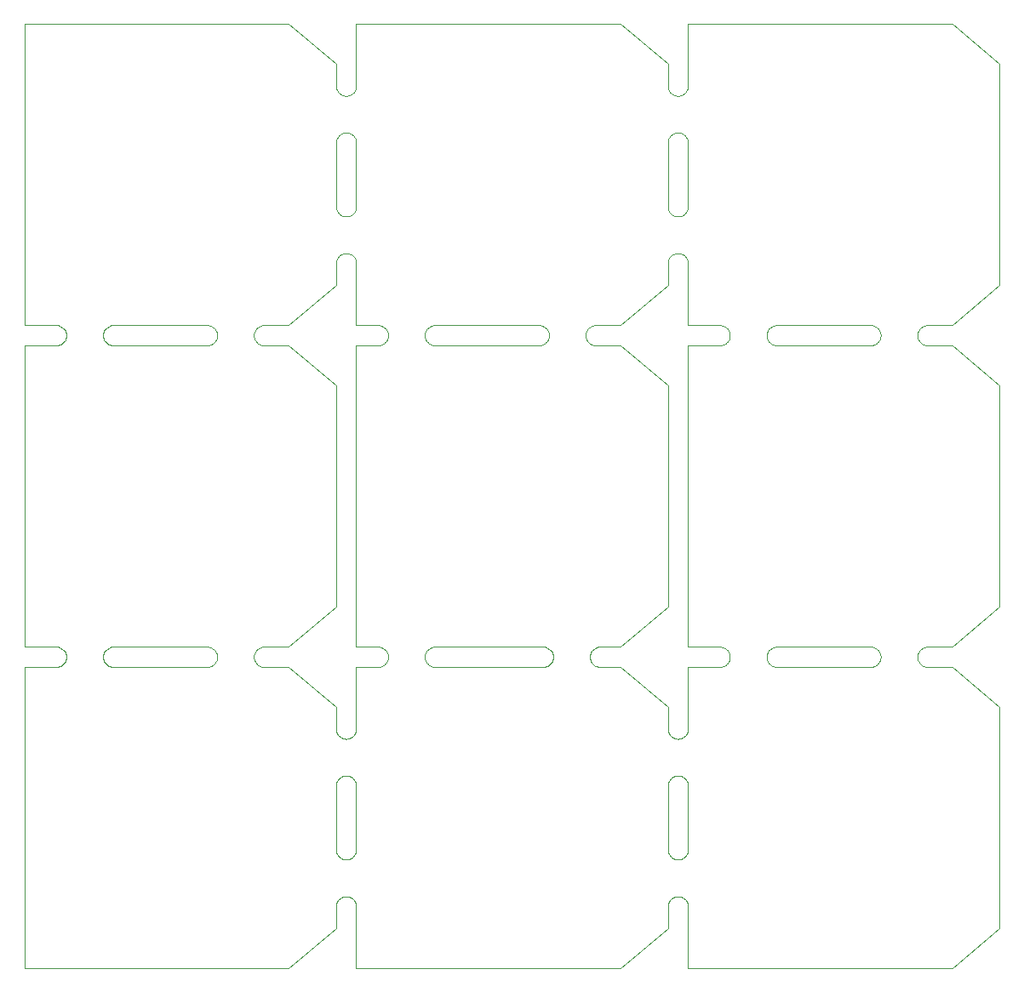
<source format=gko>
%MOIN*%
%OFA0B0*%
%FSLAX36Y36*%
%IPPOS*%
%LPD*%
%ADD10C,0*%
D10*
X002334645Y001181102D02*
X002334645Y001181102D01*
X002254125Y001181102D01*
X002253755Y001181102D01*
X002247596Y001181587D01*
X002241589Y001183029D01*
X002235881Y001185393D01*
X002230614Y001188621D01*
X002225916Y001192633D01*
X002221904Y001197331D01*
X002218676Y001202598D01*
X002216312Y001208306D01*
X002214870Y001214313D01*
X002214385Y001220472D01*
X002214870Y001226631D01*
X002216312Y001232638D01*
X002218676Y001238346D01*
X002221904Y001243613D01*
X002225916Y001248311D01*
X002230614Y001252323D01*
X002235881Y001255551D01*
X002241589Y001257915D01*
X002247596Y001259357D01*
X002253755Y001259842D01*
X002334645Y001259842D01*
X002519685Y001417322D01*
X002519685Y002285433D01*
X002334645Y002440944D01*
X002237339Y002440944D01*
X002234250Y002441066D01*
X002231180Y002441429D01*
X002228148Y002442032D01*
X002225173Y002442871D01*
X002222273Y002443941D01*
X002219466Y002445235D01*
X002216768Y002446746D01*
X002214198Y002448463D01*
X002211770Y002450377D01*
X002209500Y002452476D01*
X002207402Y002454746D01*
X002205488Y002457173D01*
X002203771Y002459744D01*
X002202260Y002462441D01*
X002200966Y002465248D01*
X002199896Y002468148D01*
X002199057Y002471124D01*
X002198454Y002474156D01*
X002198090Y002477226D01*
X002197969Y002480314D01*
X002198090Y002483403D01*
X002198454Y002486473D01*
X002199057Y002489505D01*
X002199896Y002492480D01*
X002200966Y002495381D01*
X002202260Y002498188D01*
X002203771Y002500885D01*
X002205488Y002503456D01*
X002207402Y002505883D01*
X002209500Y002508153D01*
X002211770Y002510252D01*
X002214198Y002512166D01*
X002216768Y002513883D01*
X002219466Y002515393D01*
X002222273Y002516688D01*
X002225173Y002517758D01*
X002228148Y002518597D01*
X002231180Y002519200D01*
X002234250Y002519563D01*
X002237339Y002519685D01*
X002334645Y002519685D01*
X002519685Y002677165D01*
X002519685Y002762660D01*
X002519806Y002765749D01*
X002520169Y002768819D01*
X002520772Y002771851D01*
X002521611Y002774826D01*
X002522681Y002777726D01*
X002523976Y002780533D01*
X002525486Y002783231D01*
X002527204Y002785801D01*
X002529117Y002788229D01*
X002531216Y002790499D01*
X002533486Y002792597D01*
X002535913Y002794511D01*
X002538484Y002796228D01*
X002541181Y002797739D01*
X002543988Y002799033D01*
X002546889Y002800103D01*
X002549864Y002800942D01*
X002552896Y002801545D01*
X002555966Y002801909D01*
X002559055Y002802030D01*
X002562144Y002801909D01*
X002565213Y002801545D01*
X002568245Y002800942D01*
X002571221Y002800103D01*
X002574121Y002799033D01*
X002576928Y002797739D01*
X002579625Y002796228D01*
X002582196Y002794511D01*
X002584623Y002792597D01*
X002586893Y002790499D01*
X002588992Y002788229D01*
X002590906Y002785801D01*
X002592623Y002783231D01*
X002594134Y002780533D01*
X002595428Y002777726D01*
X002596498Y002774826D01*
X002597337Y002771851D01*
X002597940Y002768819D01*
X002598303Y002765749D01*
X002598425Y002762660D01*
X002598425Y002519685D01*
X002723290Y002519685D01*
X002726379Y002519563D01*
X002729449Y002519200D01*
X002732481Y002518597D01*
X002735456Y002517758D01*
X002738356Y002516688D01*
X002741163Y002515393D01*
X002743861Y002513883D01*
X002746431Y002512166D01*
X002748859Y002510252D01*
X002751129Y002508153D01*
X002753227Y002505883D01*
X002755141Y002503456D01*
X002756858Y002500885D01*
X002758369Y002498188D01*
X002759663Y002495381D01*
X002760733Y002492480D01*
X002761572Y002489505D01*
X002762175Y002486473D01*
X002762538Y002483403D01*
X002762660Y002480314D01*
X002762538Y002477226D01*
X002762175Y002474156D01*
X002761572Y002471124D01*
X002760733Y002468148D01*
X002759663Y002465248D01*
X002758369Y002462441D01*
X002756858Y002459744D01*
X002755141Y002457173D01*
X002753227Y002454746D01*
X002751129Y002452476D01*
X002748859Y002450377D01*
X002746431Y002448463D01*
X002743861Y002446746D01*
X002741163Y002445235D01*
X002738356Y002443941D01*
X002735456Y002442871D01*
X002732481Y002442032D01*
X002729449Y002441429D01*
X002726379Y002441066D01*
X002723290Y002440944D01*
X002598425Y002440944D01*
X002598425Y001259842D01*
X002723290Y001259842D01*
X002726379Y001259721D01*
X002729449Y001259357D01*
X002732481Y001258754D01*
X002735456Y001257915D01*
X002738356Y001256845D01*
X002741163Y001255551D01*
X002743861Y001254040D01*
X002746431Y001252323D01*
X002748859Y001250409D01*
X002751129Y001248311D01*
X002753227Y001246041D01*
X002755141Y001243613D01*
X002756858Y001241043D01*
X002758369Y001238346D01*
X002759663Y001235538D01*
X002760733Y001232638D01*
X002761572Y001229663D01*
X002762175Y001226631D01*
X002762538Y001223561D01*
X002762660Y001220472D01*
X002762538Y001217383D01*
X002762175Y001214313D01*
X002761572Y001211281D01*
X002760733Y001208306D01*
X002759663Y001205406D01*
X002758369Y001202598D01*
X002756858Y001199901D01*
X002755141Y001197331D01*
X002753227Y001194903D01*
X002751129Y001192633D01*
X002748859Y001190535D01*
X002746431Y001188621D01*
X002743861Y001186903D01*
X002741163Y001185393D01*
X002738356Y001184099D01*
X002735456Y001183029D01*
X002732481Y001182190D01*
X002729449Y001181587D01*
X002726379Y001181223D01*
X002723290Y001181102D01*
X002598425Y001181102D01*
X002598425Y000938127D01*
X002598425Y000938127D01*
X002597940Y000931968D01*
X002596498Y000925961D01*
X002594134Y000920253D01*
X002590906Y000914985D01*
X002586893Y000910288D01*
X002582196Y000906275D01*
X002576928Y000903048D01*
X002571221Y000900683D01*
X002565213Y000899241D01*
X002559055Y000898756D01*
X002552896Y000899241D01*
X002546889Y000900683D01*
X002541181Y000903048D01*
X002535913Y000906275D01*
X002531216Y000910288D01*
X002527204Y000914985D01*
X002523976Y000920253D01*
X002521611Y000925961D01*
X002520169Y000931968D01*
X002519685Y000938127D01*
X002519685Y001025590D01*
X002334645Y001181102D01*
X000715416Y001181102D02*
X000715416Y001181102D01*
X000347575Y001181102D01*
X000347575Y001181102D01*
X000341417Y001181587D01*
X000335409Y001183029D01*
X000329702Y001185393D01*
X000324434Y001188621D01*
X000319737Y001192633D01*
X000315724Y001197331D01*
X000312496Y001202598D01*
X000310132Y001208306D01*
X000308690Y001214313D01*
X000308205Y001220472D01*
X000308690Y001226631D01*
X000310132Y001232638D01*
X000312496Y001238346D01*
X000315724Y001243613D01*
X000319737Y001248311D01*
X000324434Y001252323D01*
X000329702Y001255551D01*
X000335409Y001257915D01*
X000341417Y001259357D01*
X000347575Y001259842D01*
X000715416Y001259842D01*
X000718505Y001259721D01*
X000721575Y001259357D01*
X000724607Y001258754D01*
X000727582Y001257915D01*
X000730482Y001256845D01*
X000733289Y001255551D01*
X000735987Y001254040D01*
X000738557Y001252323D01*
X000740985Y001250409D01*
X000743255Y001248311D01*
X000745353Y001246041D01*
X000747267Y001243613D01*
X000748984Y001241043D01*
X000750495Y001238346D01*
X000751789Y001235538D01*
X000752859Y001232638D01*
X000753698Y001229663D01*
X000754301Y001226631D01*
X000754664Y001223561D01*
X000754786Y001220472D01*
X000754664Y001217383D01*
X000754301Y001214313D01*
X000753698Y001211281D01*
X000752859Y001208306D01*
X000751789Y001205406D01*
X000750495Y001202598D01*
X000748984Y001199901D01*
X000747267Y001197331D01*
X000745353Y001194903D01*
X000743255Y001192633D01*
X000740985Y001190535D01*
X000738557Y001188621D01*
X000735987Y001186903D01*
X000733289Y001185393D01*
X000730482Y001184099D01*
X000727582Y001183029D01*
X000724607Y001182190D01*
X000721575Y001181587D01*
X000718505Y001181223D01*
X000715416Y001181102D01*
X002519685Y000715416D02*
X002519685Y000715416D01*
X002520169Y000721575D01*
X002521611Y000727582D01*
X002523976Y000733289D01*
X002527204Y000738557D01*
X002531216Y000743255D01*
X002535913Y000747267D01*
X002541181Y000750495D01*
X002546889Y000752859D01*
X002552896Y000754301D01*
X002559055Y000754786D01*
X002565213Y000754301D01*
X002571221Y000752859D01*
X002576928Y000750495D01*
X002582196Y000747267D01*
X002586893Y000743255D01*
X002590906Y000738557D01*
X002594134Y000733289D01*
X002596498Y000727582D01*
X002597940Y000721575D01*
X002598425Y000715416D01*
X002598425Y000715416D01*
X002598425Y000465686D01*
X002598425Y000465686D01*
X002597940Y000459527D01*
X002596498Y000453520D01*
X002594134Y000447812D01*
X002590906Y000442544D01*
X002586893Y000437847D01*
X002582196Y000433835D01*
X002576928Y000430607D01*
X002571221Y000428242D01*
X002565213Y000426800D01*
X002559055Y000426316D01*
X002552896Y000426800D01*
X002546889Y000428242D01*
X002541181Y000430607D01*
X002535913Y000433835D01*
X002531216Y000437847D01*
X002527204Y000442544D01*
X002523976Y000447812D01*
X002521611Y000453520D01*
X002520169Y000459527D01*
X002519685Y000465686D01*
X002519685Y000715416D01*
X001220472Y000715416D02*
X001220472Y000715416D01*
X001220957Y000721575D01*
X001222399Y000727582D01*
X001224763Y000733289D01*
X001227991Y000738557D01*
X001232003Y000743255D01*
X001236701Y000747267D01*
X001241968Y000750495D01*
X001247676Y000752859D01*
X001253683Y000754301D01*
X001259842Y000754786D01*
X001266001Y000754301D01*
X001272008Y000752859D01*
X001277716Y000750495D01*
X001282983Y000747267D01*
X001287681Y000743255D01*
X001291693Y000738557D01*
X001294921Y000733289D01*
X001297285Y000727582D01*
X001298727Y000721575D01*
X001299212Y000715416D01*
X001299212Y000715416D01*
X001299212Y000465686D01*
X001299212Y000465686D01*
X001298727Y000459527D01*
X001297285Y000453520D01*
X001294921Y000447812D01*
X001291693Y000442544D01*
X001287681Y000437847D01*
X001282983Y000433835D01*
X001277716Y000430607D01*
X001272008Y000428242D01*
X001266001Y000426800D01*
X001259842Y000426316D01*
X001253683Y000426800D01*
X001247676Y000428242D01*
X001241968Y000430607D01*
X001236701Y000433835D01*
X001232003Y000437847D01*
X001227991Y000442544D01*
X001224763Y000447812D01*
X001222399Y000453520D01*
X001220957Y000459527D01*
X001220472Y000465686D01*
X001220472Y000715416D01*
X002946001Y001181102D02*
X002946001Y001181102D01*
X002942912Y001181223D01*
X002939842Y001181587D01*
X002936810Y001182190D01*
X002933835Y001183029D01*
X002930934Y001184099D01*
X002928127Y001185393D01*
X002925430Y001186903D01*
X002922859Y001188621D01*
X002920432Y001190535D01*
X002918162Y001192633D01*
X002916063Y001194903D01*
X002914150Y001197331D01*
X002912432Y001199901D01*
X002910922Y001202598D01*
X002909627Y001205406D01*
X002908557Y001208306D01*
X002907718Y001211281D01*
X002907115Y001214313D01*
X002906752Y001217383D01*
X002906630Y001220472D01*
X002906752Y001223561D01*
X002907115Y001226631D01*
X002907718Y001229663D01*
X002908557Y001232638D01*
X002909627Y001235538D01*
X002910922Y001238346D01*
X002912432Y001241043D01*
X002914150Y001243613D01*
X002916063Y001246041D01*
X002918162Y001248311D01*
X002920432Y001250409D01*
X002922859Y001252323D01*
X002925430Y001254040D01*
X002928127Y001255551D01*
X002930934Y001256845D01*
X002933835Y001257915D01*
X002936810Y001258754D01*
X002939842Y001259357D01*
X002942912Y001259721D01*
X002946001Y001259842D01*
X003313841Y001259842D01*
X003316930Y001259721D01*
X003320000Y001259357D01*
X003323032Y001258754D01*
X003326007Y001257915D01*
X003328907Y001256845D01*
X003331715Y001255551D01*
X003334412Y001254040D01*
X003336982Y001252323D01*
X003339410Y001250409D01*
X003341680Y001248311D01*
X003343778Y001246041D01*
X003345692Y001243613D01*
X003347409Y001241043D01*
X003348920Y001238346D01*
X003350214Y001235538D01*
X003351284Y001232638D01*
X003352123Y001229663D01*
X003352726Y001226631D01*
X003353090Y001223561D01*
X003353211Y001220472D01*
X003353090Y001217383D01*
X003352726Y001214313D01*
X003352123Y001211281D01*
X003351284Y001208306D01*
X003350214Y001205406D01*
X003348920Y001202598D01*
X003347409Y001199901D01*
X003345692Y001197331D01*
X003343778Y001194903D01*
X003341680Y001192633D01*
X003339410Y001190535D01*
X003336982Y001188621D01*
X003334412Y001186903D01*
X003331715Y001185393D01*
X003328907Y001184099D01*
X003326007Y001183029D01*
X003323032Y001182190D01*
X003320000Y001181587D01*
X003316930Y001181223D01*
X003313841Y001181102D01*
X002946001Y001181102D01*
X002946001Y002440944D02*
X002946001Y002440944D01*
X002942912Y002441066D01*
X002939842Y002441429D01*
X002936810Y002442032D01*
X002933835Y002442871D01*
X002930934Y002443941D01*
X002928127Y002445235D01*
X002925430Y002446746D01*
X002922859Y002448463D01*
X002920432Y002450377D01*
X002918162Y002452476D01*
X002916063Y002454746D01*
X002914150Y002457173D01*
X002912432Y002459744D01*
X002910922Y002462441D01*
X002909627Y002465248D01*
X002908557Y002468148D01*
X002907718Y002471124D01*
X002907115Y002474156D01*
X002906752Y002477226D01*
X002906630Y002480314D01*
X002906752Y002483403D01*
X002907115Y002486473D01*
X002907718Y002489505D01*
X002908557Y002492480D01*
X002909627Y002495381D01*
X002910922Y002498188D01*
X002912432Y002500885D01*
X002914150Y002503456D01*
X002916063Y002505883D01*
X002918162Y002508153D01*
X002920432Y002510252D01*
X002922859Y002512166D01*
X002925430Y002513883D01*
X002928127Y002515393D01*
X002930934Y002516688D01*
X002933835Y002517758D01*
X002936810Y002518597D01*
X002939842Y002519200D01*
X002942912Y002519563D01*
X002946001Y002519685D01*
X003313841Y002519685D01*
X003316930Y002519563D01*
X003320000Y002519200D01*
X003323032Y002518597D01*
X003326007Y002517758D01*
X003328907Y002516688D01*
X003331715Y002515393D01*
X003334412Y002513883D01*
X003336982Y002512166D01*
X003339410Y002510252D01*
X003341680Y002508153D01*
X003343778Y002505883D01*
X003345692Y002503456D01*
X003347409Y002500885D01*
X003348920Y002498188D01*
X003350214Y002495381D01*
X003351284Y002492480D01*
X003352123Y002489505D01*
X003352726Y002486473D01*
X003353090Y002483403D01*
X003353211Y002480314D01*
X003353090Y002477226D01*
X003352726Y002474156D01*
X003352123Y002471124D01*
X003351284Y002468148D01*
X003350214Y002465248D01*
X003348920Y002462441D01*
X003347409Y002459744D01*
X003345692Y002457173D01*
X003343778Y002454746D01*
X003341680Y002452476D01*
X003339410Y002450377D01*
X003336982Y002448463D01*
X003334412Y002446746D01*
X003331715Y002445235D01*
X003328907Y002443941D01*
X003326007Y002442871D01*
X003323032Y002442032D01*
X003320000Y002441429D01*
X003316930Y002441066D01*
X003313841Y002440944D01*
X002946001Y002440944D01*
X001607418Y001181102D02*
X001607418Y001181102D01*
X001604329Y001181223D01*
X001601259Y001181587D01*
X001598227Y001182190D01*
X001595252Y001183029D01*
X001592352Y001184099D01*
X001589544Y001185393D01*
X001586847Y001186903D01*
X001584277Y001188621D01*
X001581849Y001190535D01*
X001579579Y001192633D01*
X001577481Y001194903D01*
X001575567Y001197331D01*
X001573849Y001199901D01*
X001572339Y001202598D01*
X001571045Y001205406D01*
X001569975Y001208306D01*
X001569136Y001211281D01*
X001568533Y001214313D01*
X001568169Y001217383D01*
X001568048Y001220472D01*
X001568169Y001223561D01*
X001568533Y001226631D01*
X001569136Y001229663D01*
X001569975Y001232638D01*
X001571045Y001235538D01*
X001572339Y001238346D01*
X001573849Y001241043D01*
X001575567Y001243613D01*
X001577481Y001246041D01*
X001579579Y001248311D01*
X001581849Y001250409D01*
X001584277Y001252323D01*
X001586847Y001254040D01*
X001589544Y001255551D01*
X001592352Y001256845D01*
X001595252Y001257915D01*
X001598227Y001258754D01*
X001601259Y001259357D01*
X001604329Y001259721D01*
X001607418Y001259842D01*
X002031417Y001259842D01*
X002037576Y001259357D01*
X002043583Y001257915D01*
X002049291Y001255551D01*
X002054558Y001252323D01*
X002059256Y001248311D01*
X002063268Y001243613D01*
X002066496Y001238346D01*
X002068860Y001232638D01*
X002070303Y001226631D01*
X002070787Y001220472D01*
X002070303Y001214313D01*
X002068860Y001208306D01*
X002066496Y001202598D01*
X002063268Y001197331D01*
X002059256Y001192633D01*
X002054558Y001188621D01*
X002049291Y001185393D01*
X002043583Y001183029D01*
X002037576Y001181587D01*
X002031417Y001181102D01*
X002031047Y001181102D01*
X001607418Y001181102D01*
X001607418Y002440944D02*
X001607418Y002440944D01*
X001604329Y002441066D01*
X001601259Y002441429D01*
X001598227Y002442032D01*
X001595252Y002442871D01*
X001592352Y002443941D01*
X001589544Y002445235D01*
X001586847Y002446746D01*
X001584277Y002448463D01*
X001581849Y002450377D01*
X001579579Y002452476D01*
X001577481Y002454746D01*
X001575567Y002457173D01*
X001573849Y002459744D01*
X001572339Y002462441D01*
X001571045Y002465248D01*
X001569975Y002468148D01*
X001569136Y002471124D01*
X001568533Y002474156D01*
X001568169Y002477226D01*
X001568048Y002480314D01*
X001568169Y002483403D01*
X001568533Y002486473D01*
X001569136Y002489505D01*
X001569975Y002492480D01*
X001571045Y002495381D01*
X001572339Y002498188D01*
X001573849Y002500885D01*
X001575567Y002503456D01*
X001577481Y002505883D01*
X001579579Y002508153D01*
X001581849Y002510252D01*
X001584277Y002512166D01*
X001586847Y002513883D01*
X001589544Y002515393D01*
X001592352Y002516688D01*
X001595252Y002517758D01*
X001598227Y002518597D01*
X001601259Y002519200D01*
X001604329Y002519563D01*
X001607418Y002519685D01*
X002014628Y002519685D01*
X002017717Y002519563D01*
X002020787Y002519200D01*
X002023819Y002518597D01*
X002026794Y002517758D01*
X002029695Y002516688D01*
X002032502Y002515393D01*
X002035199Y002513883D01*
X002037770Y002512166D01*
X002040197Y002510252D01*
X002042467Y002508153D01*
X002044566Y002505883D01*
X002046479Y002503456D01*
X002048197Y002500885D01*
X002049707Y002498188D01*
X002051002Y002495381D01*
X002052072Y002492480D01*
X002052911Y002489505D01*
X002053514Y002486473D01*
X002053877Y002483403D01*
X002053998Y002480314D01*
X002053877Y002477226D01*
X002053514Y002474156D01*
X002052911Y002471124D01*
X002052072Y002468148D01*
X002051002Y002465248D01*
X002049707Y002462441D01*
X002048197Y002459744D01*
X002046479Y002457173D01*
X002044566Y002454746D01*
X002042467Y002452476D01*
X002040197Y002450377D01*
X002037770Y002448463D01*
X002035199Y002446746D01*
X002032502Y002445235D01*
X002029695Y002443941D01*
X002026794Y002442871D01*
X002023819Y002442032D01*
X002020787Y002441429D01*
X002017717Y002441066D01*
X002014628Y002440944D01*
X001607418Y002440944D01*
X002519685Y003235101D02*
X002519685Y003235101D01*
X002519806Y003238190D01*
X002520169Y003241260D01*
X002520772Y003244292D01*
X002521611Y003247267D01*
X002522681Y003250167D01*
X002523976Y003252974D01*
X002525486Y003255672D01*
X002527204Y003258242D01*
X002529117Y003260670D01*
X002531216Y003262940D01*
X002533486Y003265038D01*
X002535913Y003266952D01*
X002538484Y003268669D01*
X002541181Y003270180D01*
X002543988Y003271474D01*
X002546889Y003272544D01*
X002549864Y003273383D01*
X002552896Y003273986D01*
X002555966Y003274350D01*
X002559055Y003274471D01*
X002562144Y003274350D01*
X002565213Y003273986D01*
X002568245Y003273383D01*
X002571221Y003272544D01*
X002574121Y003271474D01*
X002576928Y003270180D01*
X002579625Y003268669D01*
X002582196Y003266952D01*
X002584623Y003265038D01*
X002586893Y003262940D01*
X002588992Y003260670D01*
X002590906Y003258242D01*
X002592623Y003255672D01*
X002594134Y003252974D01*
X002595428Y003250167D01*
X002596498Y003247267D01*
X002597337Y003244292D01*
X002597940Y003241260D01*
X002598303Y003238190D01*
X002598425Y003235101D01*
X002598425Y002985371D01*
X002598303Y002982282D01*
X002597940Y002979212D01*
X002597337Y002976180D01*
X002596498Y002973205D01*
X002595428Y002970304D01*
X002594134Y002967497D01*
X002592623Y002964800D01*
X002590906Y002962229D01*
X002588992Y002959802D01*
X002586893Y002957532D01*
X002584623Y002955433D01*
X002582196Y002953520D01*
X002579625Y002951802D01*
X002576928Y002950292D01*
X002574121Y002948997D01*
X002571221Y002947927D01*
X002568245Y002947088D01*
X002565213Y002946485D01*
X002562144Y002946122D01*
X002559055Y002946001D01*
X002555966Y002946122D01*
X002552896Y002946485D01*
X002549864Y002947088D01*
X002546889Y002947927D01*
X002543988Y002948997D01*
X002541181Y002950292D01*
X002538484Y002951802D01*
X002535913Y002953520D01*
X002533486Y002955433D01*
X002531216Y002957532D01*
X002529117Y002959802D01*
X002527204Y002962229D01*
X002525486Y002964800D01*
X002523976Y002967497D01*
X002522681Y002970304D01*
X002521611Y002973205D01*
X002520772Y002976180D01*
X002520169Y002979212D01*
X002519806Y002982282D01*
X002519685Y002985371D01*
X002519685Y003235101D01*
X002598425Y003457812D02*
X002598425Y003457812D01*
X002598303Y003454723D01*
X002597940Y003451653D01*
X002597337Y003448621D01*
X002596498Y003445646D01*
X002595428Y003442745D01*
X002594134Y003439938D01*
X002592623Y003437241D01*
X002590906Y003434670D01*
X002588992Y003432243D01*
X002586893Y003429973D01*
X002584623Y003427874D01*
X002582196Y003425961D01*
X002579625Y003424243D01*
X002576928Y003422733D01*
X002574121Y003421438D01*
X002571221Y003420368D01*
X002568245Y003419529D01*
X002565213Y003418926D01*
X002562144Y003418563D01*
X002559055Y003418442D01*
X002555966Y003418563D01*
X002552896Y003418926D01*
X002549864Y003419529D01*
X002546889Y003420368D01*
X002543988Y003421438D01*
X002541181Y003422733D01*
X002538484Y003424243D01*
X002535913Y003425961D01*
X002533486Y003427874D01*
X002531216Y003429973D01*
X002529117Y003432243D01*
X002527204Y003434670D01*
X002525486Y003437241D01*
X002523976Y003439938D01*
X002522681Y003442745D01*
X002521611Y003445646D01*
X002520772Y003448621D01*
X002520169Y003451653D01*
X002519806Y003454723D01*
X002519685Y003457812D01*
X002519685Y003545275D01*
X002334645Y003700787D01*
X001299212Y003700787D01*
X001299212Y003457812D01*
X001299091Y003454723D01*
X001298727Y003451653D01*
X001298124Y003448621D01*
X001297285Y003445646D01*
X001296215Y003442745D01*
X001294921Y003439938D01*
X001293411Y003437241D01*
X001291693Y003434670D01*
X001289779Y003432243D01*
X001287681Y003429973D01*
X001285411Y003427874D01*
X001282983Y003425961D01*
X001280413Y003424243D01*
X001277716Y003422733D01*
X001274908Y003421438D01*
X001272008Y003420368D01*
X001269033Y003419529D01*
X001266001Y003418926D01*
X001262931Y003418563D01*
X001259842Y003418442D01*
X001256753Y003418563D01*
X001253683Y003418926D01*
X001250651Y003419529D01*
X001247676Y003420368D01*
X001244776Y003421438D01*
X001241968Y003422733D01*
X001239271Y003424243D01*
X001236701Y003425961D01*
X001234273Y003427874D01*
X001232003Y003429973D01*
X001229905Y003432243D01*
X001227991Y003434670D01*
X001226274Y003437241D01*
X001224763Y003439938D01*
X001223469Y003442745D01*
X001222399Y003445646D01*
X001221560Y003448621D01*
X001220957Y003451653D01*
X001220593Y003454723D01*
X001220472Y003457812D01*
X001220472Y003545275D01*
X001035433Y003700787D01*
X000000000Y003700787D01*
X000000000Y002519685D01*
X000124865Y002519685D01*
X000124865Y002519685D01*
X000131023Y002519200D01*
X000137031Y002517758D01*
X000142738Y002515393D01*
X000148006Y002512166D01*
X000152703Y002508153D01*
X000156716Y002503456D01*
X000159944Y002498188D01*
X000162308Y002492480D01*
X000163750Y002486473D01*
X000164235Y002480314D01*
X000163750Y002474156D01*
X000162308Y002468148D01*
X000159944Y002462441D01*
X000156716Y002457173D01*
X000152703Y002452476D01*
X000148006Y002448463D01*
X000142738Y002445235D01*
X000137031Y002442871D01*
X000131023Y002441429D01*
X000124865Y002440944D01*
X000000000Y002440944D01*
X000000000Y001259842D01*
X000124865Y001259842D01*
X000124865Y001259842D01*
X000131023Y001259357D01*
X000137031Y001257915D01*
X000142738Y001255551D01*
X000148006Y001252323D01*
X000152703Y001248311D01*
X000156716Y001243613D01*
X000159944Y001238346D01*
X000162308Y001232638D01*
X000163750Y001226631D01*
X000164235Y001220472D01*
X000163750Y001214313D01*
X000162308Y001208306D01*
X000159944Y001202598D01*
X000156716Y001197331D01*
X000152703Y001192633D01*
X000148006Y001188621D01*
X000142738Y001185393D01*
X000137031Y001183029D01*
X000131023Y001181587D01*
X000124865Y001181102D01*
X000000000Y001181102D01*
X000000000Y000000000D01*
X001035433Y000000000D01*
X001220472Y000157480D01*
X001220472Y000242975D01*
X001220472Y000242975D01*
X001220957Y000249134D01*
X001222399Y000255141D01*
X001224763Y000260848D01*
X001227991Y000266116D01*
X001232003Y000270814D01*
X001236701Y000274826D01*
X001241968Y000278054D01*
X001247676Y000280418D01*
X001253683Y000281860D01*
X001259842Y000282345D01*
X001266001Y000281860D01*
X001272008Y000280418D01*
X001277716Y000278054D01*
X001282983Y000274826D01*
X001287681Y000270814D01*
X001291693Y000266116D01*
X001294921Y000260848D01*
X001297285Y000255141D01*
X001298727Y000249134D01*
X001299212Y000242975D01*
X001299212Y000000000D01*
X002334645Y000000000D01*
X002519685Y000157480D01*
X002519685Y000242975D01*
X002519685Y000242975D01*
X002520169Y000249134D01*
X002521611Y000255141D01*
X002523976Y000260848D01*
X002527204Y000266116D01*
X002531216Y000270814D01*
X002535913Y000274826D01*
X002541181Y000278054D01*
X002546889Y000280418D01*
X002552896Y000281860D01*
X002559055Y000282345D01*
X002565213Y000281860D01*
X002571221Y000280418D01*
X002576928Y000278054D01*
X002582196Y000274826D01*
X002586893Y000270814D01*
X002590906Y000266116D01*
X002594134Y000260848D01*
X002596498Y000255141D01*
X002597940Y000249134D01*
X002598425Y000242975D01*
X002598425Y000000000D01*
X003633858Y000000000D01*
X003818897Y000157480D01*
X003818897Y001025590D01*
X003633858Y001181102D01*
X003536552Y001181102D01*
X003533463Y001181223D01*
X003530393Y001181587D01*
X003527361Y001182190D01*
X003524386Y001183029D01*
X003521485Y001184099D01*
X003518678Y001185393D01*
X003515981Y001186903D01*
X003513411Y001188621D01*
X003510983Y001190535D01*
X003508713Y001192633D01*
X003506615Y001194903D01*
X003504701Y001197331D01*
X003502983Y001199901D01*
X003501473Y001202598D01*
X003500179Y001205406D01*
X003499109Y001208306D01*
X003498269Y001211281D01*
X003497666Y001214313D01*
X003497303Y001217383D01*
X003497182Y001220472D01*
X003497303Y001223561D01*
X003497666Y001226631D01*
X003498269Y001229663D01*
X003499109Y001232638D01*
X003500179Y001235538D01*
X003501473Y001238346D01*
X003502983Y001241043D01*
X003504701Y001243613D01*
X003506615Y001246041D01*
X003508713Y001248311D01*
X003510983Y001250409D01*
X003513411Y001252323D01*
X003515981Y001254040D01*
X003518678Y001255551D01*
X003521485Y001256845D01*
X003524386Y001257915D01*
X003527361Y001258754D01*
X003530393Y001259357D01*
X003533463Y001259721D01*
X003536552Y001259842D01*
X003633858Y001259842D01*
X003818897Y001417322D01*
X003818897Y002285433D01*
X003633858Y002440944D01*
X003536552Y002440944D01*
X003533463Y002441066D01*
X003530393Y002441429D01*
X003527361Y002442032D01*
X003524386Y002442871D01*
X003521485Y002443941D01*
X003518678Y002445235D01*
X003515981Y002446746D01*
X003513411Y002448463D01*
X003510983Y002450377D01*
X003508713Y002452476D01*
X003506615Y002454746D01*
X003504701Y002457173D01*
X003502983Y002459744D01*
X003501473Y002462441D01*
X003500179Y002465248D01*
X003499109Y002468148D01*
X003498269Y002471124D01*
X003497666Y002474156D01*
X003497303Y002477226D01*
X003497182Y002480314D01*
X003497303Y002483403D01*
X003497666Y002486473D01*
X003498269Y002489505D01*
X003499109Y002492480D01*
X003500179Y002495381D01*
X003501473Y002498188D01*
X003502983Y002500885D01*
X003504701Y002503456D01*
X003506615Y002505883D01*
X003508713Y002508153D01*
X003510983Y002510252D01*
X003513411Y002512166D01*
X003515981Y002513883D01*
X003518678Y002515393D01*
X003521485Y002516688D01*
X003524386Y002517758D01*
X003527361Y002518597D01*
X003530393Y002519200D01*
X003533463Y002519563D01*
X003536552Y002519685D01*
X003633858Y002519685D01*
X003818897Y002677165D01*
X003818897Y003545275D01*
X003633858Y003700787D01*
X002598425Y003700787D01*
X002598425Y003457812D01*
X001220472Y003235101D02*
X001220472Y003235101D01*
X001220593Y003238190D01*
X001220957Y003241260D01*
X001221560Y003244292D01*
X001222399Y003247267D01*
X001223469Y003250167D01*
X001224763Y003252974D01*
X001226274Y003255672D01*
X001227991Y003258242D01*
X001229905Y003260670D01*
X001232003Y003262940D01*
X001234273Y003265038D01*
X001236701Y003266952D01*
X001239271Y003268669D01*
X001241968Y003270180D01*
X001244776Y003271474D01*
X001247676Y003272544D01*
X001250651Y003273383D01*
X001253683Y003273986D01*
X001256753Y003274350D01*
X001259842Y003274471D01*
X001262931Y003274350D01*
X001266001Y003273986D01*
X001269033Y003273383D01*
X001272008Y003272544D01*
X001274908Y003271474D01*
X001277716Y003270180D01*
X001280413Y003268669D01*
X001282983Y003266952D01*
X001285411Y003265038D01*
X001287681Y003262940D01*
X001289779Y003260670D01*
X001291693Y003258242D01*
X001293411Y003255672D01*
X001294921Y003252974D01*
X001296215Y003250167D01*
X001297285Y003247267D01*
X001298124Y003244292D01*
X001298727Y003241260D01*
X001299091Y003238190D01*
X001299212Y003235101D01*
X001299212Y002985371D01*
X001299091Y002982282D01*
X001298727Y002979212D01*
X001298124Y002976180D01*
X001297285Y002973205D01*
X001296215Y002970304D01*
X001294921Y002967497D01*
X001293411Y002964800D01*
X001291693Y002962229D01*
X001289779Y002959802D01*
X001287681Y002957532D01*
X001285411Y002955433D01*
X001282983Y002953520D01*
X001280413Y002951802D01*
X001277716Y002950292D01*
X001274908Y002948997D01*
X001272008Y002947927D01*
X001269033Y002947088D01*
X001266001Y002946485D01*
X001262931Y002946122D01*
X001259842Y002946001D01*
X001256753Y002946122D01*
X001253683Y002946485D01*
X001250651Y002947088D01*
X001247676Y002947927D01*
X001244776Y002948997D01*
X001241968Y002950292D01*
X001239271Y002951802D01*
X001236701Y002953520D01*
X001234273Y002955433D01*
X001232003Y002957532D01*
X001229905Y002959802D01*
X001227991Y002962229D01*
X001226274Y002964800D01*
X001224763Y002967497D01*
X001223469Y002970304D01*
X001222399Y002973205D01*
X001221560Y002976180D01*
X001220957Y002979212D01*
X001220593Y002982282D01*
X001220472Y002985371D01*
X001220472Y003235101D01*
X000938127Y002440944D02*
X000938127Y002440944D01*
X000935038Y002441066D01*
X000931968Y002441429D01*
X000928936Y002442032D01*
X000925961Y002442871D01*
X000923060Y002443941D01*
X000920253Y002445235D01*
X000917556Y002446746D01*
X000914985Y002448463D01*
X000912558Y002450377D01*
X000910288Y002452476D01*
X000908189Y002454746D01*
X000906275Y002457173D01*
X000904558Y002459744D01*
X000903048Y002462441D01*
X000901753Y002465248D01*
X000900683Y002468148D01*
X000899844Y002471124D01*
X000899241Y002474156D01*
X000898878Y002477226D01*
X000898756Y002480314D01*
X000898878Y002483403D01*
X000899241Y002486473D01*
X000899844Y002489505D01*
X000900683Y002492480D01*
X000901753Y002495381D01*
X000903048Y002498188D01*
X000904558Y002500885D01*
X000906275Y002503456D01*
X000908189Y002505883D01*
X000910288Y002508153D01*
X000912558Y002510252D01*
X000914985Y002512166D01*
X000917556Y002513883D01*
X000920253Y002515393D01*
X000923060Y002516688D01*
X000925961Y002517758D01*
X000928936Y002518597D01*
X000931968Y002519200D01*
X000935038Y002519563D01*
X000938127Y002519685D01*
X001035433Y002519685D01*
X001220472Y002677165D01*
X001220472Y002762660D01*
X001220593Y002765749D01*
X001220957Y002768819D01*
X001221560Y002771851D01*
X001222399Y002774826D01*
X001223469Y002777726D01*
X001224763Y002780533D01*
X001226274Y002783231D01*
X001227991Y002785801D01*
X001229905Y002788229D01*
X001232003Y002790499D01*
X001234273Y002792597D01*
X001236701Y002794511D01*
X001239271Y002796228D01*
X001241968Y002797739D01*
X001244776Y002799033D01*
X001247676Y002800103D01*
X001250651Y002800942D01*
X001253683Y002801545D01*
X001256753Y002801909D01*
X001259842Y002802030D01*
X001262931Y002801909D01*
X001266001Y002801545D01*
X001269033Y002800942D01*
X001272008Y002800103D01*
X001274908Y002799033D01*
X001277716Y002797739D01*
X001280413Y002796228D01*
X001282983Y002794511D01*
X001285411Y002792597D01*
X001287681Y002790499D01*
X001289779Y002788229D01*
X001291693Y002785801D01*
X001293411Y002783231D01*
X001294921Y002780533D01*
X001296215Y002777726D01*
X001297285Y002774826D01*
X001298124Y002771851D01*
X001298727Y002768819D01*
X001299091Y002765749D01*
X001299212Y002762660D01*
X001299212Y002519685D01*
X001384707Y002519685D01*
X001387796Y002519563D01*
X001390866Y002519200D01*
X001393898Y002518597D01*
X001396873Y002517758D01*
X001399773Y002516688D01*
X001402581Y002515393D01*
X001405278Y002513883D01*
X001407848Y002512166D01*
X001410276Y002510252D01*
X001412546Y002508153D01*
X001414644Y002505883D01*
X001416558Y002503456D01*
X001418276Y002500885D01*
X001419786Y002498188D01*
X001421080Y002495381D01*
X001422150Y002492480D01*
X001422989Y002489505D01*
X001423592Y002486473D01*
X001423956Y002483403D01*
X001424077Y002480314D01*
X001423956Y002477226D01*
X001423592Y002474156D01*
X001422989Y002471124D01*
X001422150Y002468148D01*
X001421080Y002465248D01*
X001419786Y002462441D01*
X001418276Y002459744D01*
X001416558Y002457173D01*
X001414644Y002454746D01*
X001412546Y002452476D01*
X001410276Y002450377D01*
X001407848Y002448463D01*
X001405278Y002446746D01*
X001402581Y002445235D01*
X001399773Y002443941D01*
X001396873Y002442871D01*
X001393898Y002442032D01*
X001390866Y002441429D01*
X001387796Y002441066D01*
X001384707Y002440944D01*
X001299212Y002440944D01*
X001299212Y001259842D01*
X001384707Y001259842D01*
X001387796Y001259721D01*
X001390866Y001259357D01*
X001393898Y001258754D01*
X001396873Y001257915D01*
X001399773Y001256845D01*
X001402581Y001255551D01*
X001405278Y001254040D01*
X001407848Y001252323D01*
X001410276Y001250409D01*
X001412546Y001248311D01*
X001414644Y001246041D01*
X001416558Y001243613D01*
X001418276Y001241043D01*
X001419786Y001238346D01*
X001421080Y001235538D01*
X001422150Y001232638D01*
X001422989Y001229663D01*
X001423592Y001226631D01*
X001423956Y001223561D01*
X001424077Y001220472D01*
X001423956Y001217383D01*
X001423592Y001214313D01*
X001422989Y001211281D01*
X001422150Y001208306D01*
X001421080Y001205406D01*
X001419786Y001202598D01*
X001418276Y001199901D01*
X001416558Y001197331D01*
X001414644Y001194903D01*
X001412546Y001192633D01*
X001410276Y001190535D01*
X001407848Y001188621D01*
X001405278Y001186903D01*
X001402581Y001185393D01*
X001399773Y001184099D01*
X001396873Y001183029D01*
X001393898Y001182190D01*
X001390866Y001181587D01*
X001387796Y001181223D01*
X001384707Y001181102D01*
X001299212Y001181102D01*
X001299212Y000938127D01*
X001299212Y000938127D01*
X001298727Y000931968D01*
X001297285Y000925961D01*
X001294921Y000920253D01*
X001291693Y000914985D01*
X001287681Y000910288D01*
X001282983Y000906275D01*
X001277716Y000903048D01*
X001272008Y000900683D01*
X001266001Y000899241D01*
X001259842Y000898756D01*
X001253683Y000899241D01*
X001247676Y000900683D01*
X001241968Y000903048D01*
X001236701Y000906275D01*
X001232003Y000910288D01*
X001227991Y000914985D01*
X001224763Y000920253D01*
X001222399Y000925961D01*
X001220957Y000931968D01*
X001220472Y000938127D01*
X001220472Y001025590D01*
X001035433Y001181102D01*
X000938127Y001181102D01*
X000935038Y001181223D01*
X000931968Y001181587D01*
X000928936Y001182190D01*
X000925961Y001183029D01*
X000923060Y001184099D01*
X000920253Y001185393D01*
X000917556Y001186903D01*
X000914985Y001188621D01*
X000912558Y001190535D01*
X000910288Y001192633D01*
X000908189Y001194903D01*
X000906275Y001197331D01*
X000904558Y001199901D01*
X000903048Y001202598D01*
X000901753Y001205406D01*
X000900683Y001208306D01*
X000899844Y001211281D01*
X000899241Y001214313D01*
X000898878Y001217383D01*
X000898756Y001220472D01*
X000898878Y001223561D01*
X000899241Y001226631D01*
X000899844Y001229663D01*
X000900683Y001232638D01*
X000901753Y001235538D01*
X000903048Y001238346D01*
X000904558Y001241043D01*
X000906275Y001243613D01*
X000908189Y001246041D01*
X000910288Y001248311D01*
X000912558Y001250409D01*
X000914985Y001252323D01*
X000917556Y001254040D01*
X000920253Y001255551D01*
X000923060Y001256845D01*
X000925961Y001257915D01*
X000928936Y001258754D01*
X000931968Y001259357D01*
X000935038Y001259721D01*
X000938127Y001259842D01*
X001035433Y001259842D01*
X001220472Y001417322D01*
X001220472Y002285433D01*
X001035433Y002440944D01*
X000938127Y002440944D01*
X000347575Y002440944D02*
X000347575Y002440944D01*
X000347575Y002440944D01*
X000341417Y002441429D01*
X000335409Y002442871D01*
X000329702Y002445235D01*
X000324434Y002448463D01*
X000319737Y002452476D01*
X000315724Y002457173D01*
X000312496Y002462441D01*
X000310132Y002468148D01*
X000308690Y002474156D01*
X000308205Y002480314D01*
X000308690Y002486473D01*
X000310132Y002492480D01*
X000312496Y002498188D01*
X000315724Y002503456D01*
X000319737Y002508153D01*
X000324434Y002512166D01*
X000329702Y002515393D01*
X000335409Y002517758D01*
X000341417Y002519200D01*
X000347575Y002519685D01*
X000715416Y002519685D01*
X000718505Y002519563D01*
X000721575Y002519200D01*
X000724607Y002518597D01*
X000727582Y002517758D01*
X000730482Y002516688D01*
X000733289Y002515393D01*
X000735987Y002513883D01*
X000738557Y002512166D01*
X000740985Y002510252D01*
X000743255Y002508153D01*
X000745353Y002505883D01*
X000747267Y002503456D01*
X000748984Y002500885D01*
X000750495Y002498188D01*
X000751789Y002495381D01*
X000752859Y002492480D01*
X000753698Y002489505D01*
X000754301Y002486473D01*
X000754664Y002483403D01*
X000754786Y002480314D01*
X000754664Y002477226D01*
X000754301Y002474156D01*
X000753698Y002471124D01*
X000752859Y002468148D01*
X000751789Y002465248D01*
X000750495Y002462441D01*
X000748984Y002459744D01*
X000747267Y002457173D01*
X000745353Y002454746D01*
X000743255Y002452476D01*
X000740985Y002450377D01*
X000738557Y002448463D01*
X000735987Y002446746D01*
X000733289Y002445235D01*
X000730482Y002443941D01*
X000727582Y002442871D01*
X000724607Y002442032D01*
X000721575Y002441429D01*
X000718505Y002441066D01*
X000715416Y002440944D01*
X000347575Y002440944D01*
M02*
</source>
